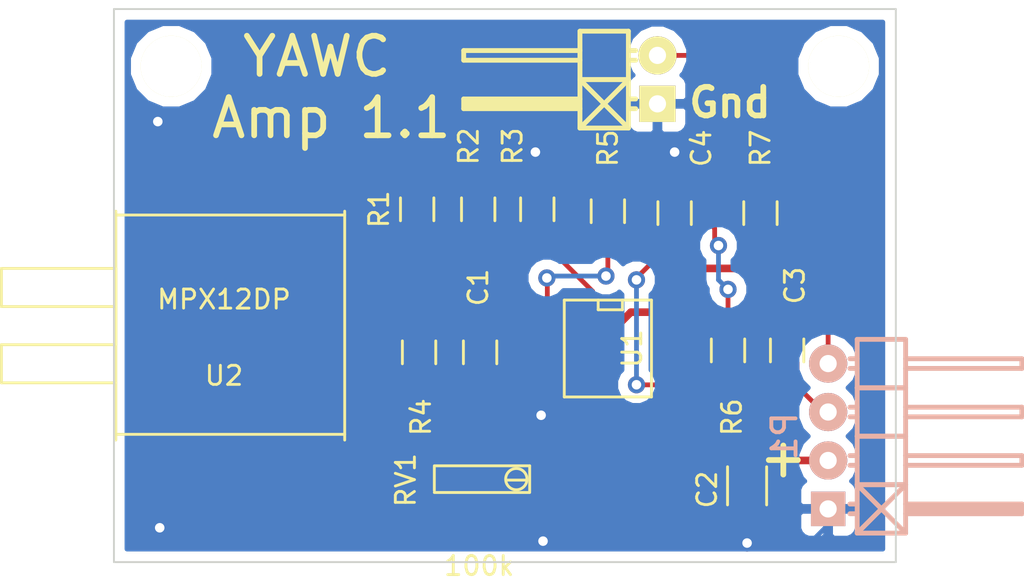
<source format=kicad_pcb>
(kicad_pcb (version 4) (host pcbnew 4.0.1-stable)

  (general
    (links 36)
    (no_connects 0)
    (area 137.574999 110.210066 191.787001 143.225)
    (thickness 1.6)
    (drawings 7)
    (tracks 133)
    (zones 0)
    (modules 18)
    (nets 12)
  )

  (page A4)
  (layers
    (0 F.Cu signal)
    (31 B.Cu signal)
    (32 B.Adhes user)
    (33 F.Adhes user)
    (34 B.Paste user)
    (35 F.Paste user)
    (36 B.SilkS user)
    (37 F.SilkS user)
    (38 B.Mask user)
    (39 F.Mask user)
    (40 Dwgs.User user)
    (41 Cmts.User user)
    (42 Eco1.User user)
    (43 Eco2.User user)
    (44 Edge.Cuts user)
  )

  (setup
    (last_trace_width 0.25)
    (user_trace_width 0.2)
    (user_trace_width 0.4)
    (trace_clearance 0.25)
    (zone_clearance 0.508)
    (zone_45_only no)
    (trace_min 0.15)
    (segment_width 0.2)
    (edge_width 0.1)
    (via_size 0.9)
    (via_drill 0.5)
    (via_min_size 0.9)
    (via_min_drill 0.5)
    (user_via 0.9 0.5)
    (uvia_size 0.508)
    (uvia_drill 0.127)
    (uvias_allowed no)
    (uvia_min_size 0.508)
    (uvia_min_drill 0.127)
    (pcb_text_width 0.3)
    (pcb_text_size 1.5 1.5)
    (mod_edge_width 0.15)
    (mod_text_size 1 1)
    (mod_text_width 0.15)
    (pad_size 1.9 1.9)
    (pad_drill 0.9)
    (pad_to_mask_clearance 0)
    (aux_axis_origin 0 0)
    (visible_elements 7FFFFFFF)
    (pcbplotparams
      (layerselection 0x010f0_80000001)
      (usegerberextensions true)
      (excludeedgelayer true)
      (linewidth 0.160000)
      (plotframeref false)
      (viasonmask false)
      (mode 1)
      (useauxorigin false)
      (hpglpennumber 1)
      (hpglpenspeed 20)
      (hpglpendiameter 15)
      (hpglpenoverlay 2)
      (psnegative false)
      (psa4output false)
      (plotreference true)
      (plotvalue false)
      (plotinvisibletext false)
      (padsonsilk false)
      (subtractmaskfromsilk true)
      (outputformat 1)
      (mirror false)
      (drillshape 0)
      (scaleselection 1)
      (outputdirectory Gerb/))
  )

  (net 0 "")
  (net 1 "Net-(C1-Pad1)")
  (net 2 "Net-(C1-Pad2)")
  (net 3 GND)
  (net 4 /Bout)
  (net 5 "Net-(C3-Pad2)")
  (net 6 "Net-(C4-Pad1)")
  (net 7 /Pout)
  (net 8 "Net-(R1-Pad2)")
  (net 9 "Net-(R2-Pad1)")
  (net 10 "Net-(R2-Pad2)")
  (net 11 /VCC)

  (net_class Default "This is the default net class."
    (clearance 0.25)
    (trace_width 0.25)
    (via_dia 0.9)
    (via_drill 0.5)
    (uvia_dia 0.508)
    (uvia_drill 0.127)
    (add_net /Bout)
    (add_net /Pout)
    (add_net /VCC)
    (add_net GND)
    (add_net "Net-(C1-Pad1)")
    (add_net "Net-(C1-Pad2)")
    (add_net "Net-(C3-Pad2)")
    (add_net "Net-(C4-Pad1)")
    (add_net "Net-(R1-Pad2)")
    (add_net "Net-(R2-Pad1)")
    (add_net "Net-(R2-Pad2)")
  )

  (net_class Min ""
    (clearance 0.155)
    (trace_width 0.155)
    (via_dia 0.9)
    (via_drill 0.5)
    (uvia_dia 0.508)
    (uvia_drill 0.127)
  )

  (net_class Power ""
    (clearance 0.25)
    (trace_width 0.4)
    (via_dia 1)
    (via_drill 0.5)
    (uvia_dia 0.508)
    (uvia_drill 0.127)
  )

  (module VishTrim:TSM4YL (layer F.Cu) (tedit 53937F25) (tstamp 5392F68C)
    (at 163.1 137.7)
    (path /53921421)
    (fp_text reference RV1 (at -4 0 270) (layer F.SilkS)
      (effects (font (size 1 1) (thickness 0.15)))
    )
    (fp_text value 100k (at -0.15 4.5) (layer F.SilkS)
      (effects (font (size 1 1) (thickness 0.15)))
    )
    (fp_line (start 2.5 0.6) (end 2.5 -0.75) (layer F.SilkS) (width 0.15))
    (fp_line (start -2.5 -0.7) (end -2.5 0.55) (layer F.SilkS) (width 0.15))
    (fp_line (start 1.3 0) (end 2.3 0) (layer F.SilkS) (width 0.15))
    (fp_circle (center 1.8 -0.05) (end 1.55 0.45) (layer F.SilkS) (width 0.15))
    (fp_line (start -2.5 0.65) (end 2.5 0.65) (layer F.SilkS) (width 0.15))
    (fp_line (start 2.5 -0.75) (end -2.5 -0.75) (layer F.SilkS) (width 0.15))
    (pad 1 smd rect (at -1.27 1.9) (size 1.4 2) (layers F.Cu F.Paste F.Mask)
      (net 11 /VCC))
    (pad 3 smd rect (at 1.27 1.9) (size 1.4 2) (layers F.Cu F.Paste F.Mask)
      (net 3 GND))
    (pad 2 smd rect (at 0 -1.9) (size 2 2) (layers F.Cu F.Paste F.Mask)
      (net 2 "Net-(C1-Pad2)"))
  )

  (module Sensors:MPX1351-01 (layer F.Cu) (tedit 5392FA2D) (tstamp 5392F6B7)
    (at 149.9 129.6)
    (path /5392CB85)
    (fp_text reference U2 (at -0.329001 2.626) (layer F.SilkS)
      (effects (font (size 1 1) (thickness 0.15)))
    )
    (fp_text value MPX12DP (at -0.329001 -1.374) (layer F.SilkS)
      (effects (font (size 1 1) (thickness 0.15)))
    )
    (fp_line (start -6 -1) (end -12 -1) (layer F.SilkS) (width 0.15))
    (fp_line (start -12 -1) (end -12 -3) (layer F.SilkS) (width 0.15))
    (fp_line (start -12 -3) (end -6 -3) (layer F.SilkS) (width 0.15))
    (fp_line (start -6 -3) (end -6 1) (layer F.SilkS) (width 0.15))
    (fp_line (start -6 1) (end -12 1) (layer F.SilkS) (width 0.15))
    (fp_line (start -12 1) (end -12 3) (layer F.SilkS) (width 0.15))
    (fp_line (start -12 3) (end -6 3) (layer F.SilkS) (width 0.15))
    (fp_line (start -6 5.7) (end 6 5.7) (layer F.SilkS) (width 0.15))
    (fp_line (start 6 6) (end 6 -6) (layer F.SilkS) (width 0.15))
    (fp_line (start 6 -5.8) (end -6 -5.8) (layer F.SilkS) (width 0.15))
    (fp_line (start -6 -6) (end -6 6) (layer F.SilkS) (width 0.15))
    (pad 1 smd rect (at -3.81 7.62) (size 1.5 3) (layers F.Cu F.Paste F.Mask)
      (net 3 GND))
    (pad 2 smd rect (at -1.27 7.62) (size 1.5 3) (layers F.Cu F.Paste F.Mask)
      (net 10 "Net-(R2-Pad2)"))
    (pad 3 smd rect (at 1.27 7.62) (size 1.5 3) (layers F.Cu F.Paste F.Mask)
      (net 11 /VCC))
    (pad 4 smd rect (at 3.81 7.62) (size 1.5 3) (layers F.Cu F.Paste F.Mask)
      (net 8 "Net-(R1-Pad2)"))
    (pad 5 smd rect (at -3.81 -7.62) (size 1.5 3) (layers F.Cu F.Paste F.Mask)
      (net 3 GND))
    (pad 6 smd rect (at -1.27 -7.62) (size 1.5 3) (layers F.Cu F.Paste F.Mask)
      (net 10 "Net-(R2-Pad2)"))
    (pad 7 smd rect (at 1.27 -7.62) (size 1.5 3) (layers F.Cu F.Paste F.Mask)
      (net 11 /VCC))
    (pad 8 smd rect (at 3.81 -7.62) (size 1.5 3) (layers F.Cu F.Paste F.Mask)
      (net 8 "Net-(R1-Pad2)"))
  )

  (module PIN_Hdr:Pin_Header_Angled_1x02 (layer F.Cu) (tedit 570D46B3) (tstamp 5708E735)
    (at 172.3 116.7 90)
    (descr "1 pin")
    (tags "CONN DEV")
    (path /5708EF62)
    (fp_text reference BITE1 (at 0 2.286 90) (layer F.SilkS) hide
      (effects (font (size 1.27 1.27) (thickness 0.2032)))
    )
    (fp_text value CONN_01X02 (at 0 0 90) (layer F.SilkS) hide
      (effects (font (size 1.27 1.27) (thickness 0.2032)))
    )
    (fp_line (start 0 -4.064) (end -2.54 -1.524) (layer F.SilkS) (width 0.254))
    (fp_line (start -2.54 -4.064) (end 0 -1.524) (layer F.SilkS) (width 0.254))
    (fp_line (start -1.397 -4.191) (end -1.397 -10.033) (layer F.SilkS) (width 0.254))
    (fp_line (start -1.397 -10.033) (end -1.143 -10.033) (layer F.SilkS) (width 0.254))
    (fp_line (start -1.143 -10.033) (end -1.143 -4.191) (layer F.SilkS) (width 0.254))
    (fp_line (start -1.143 -4.191) (end -1.27 -4.191) (layer F.SilkS) (width 0.254))
    (fp_line (start -1.27 -4.191) (end -1.27 -10.033) (layer F.SilkS) (width 0.254))
    (fp_line (start -1.524 -1.524) (end -1.524 -1.143) (layer F.SilkS) (width 0.254))
    (fp_line (start -1.016 -1.524) (end -1.016 -1.143) (layer F.SilkS) (width 0.254))
    (fp_line (start 1.016 -1.524) (end 1.016 -1.143) (layer F.SilkS) (width 0.254))
    (fp_line (start 1.524 -1.524) (end 1.524 -1.143) (layer F.SilkS) (width 0.254))
    (fp_line (start -2.54 -1.524) (end -2.54 -4.064) (layer F.SilkS) (width 0.254))
    (fp_line (start 0 -1.524) (end 0 -4.064) (layer F.SilkS) (width 0.254))
    (fp_line (start 0 -1.524) (end 2.54 -1.524) (layer F.SilkS) (width 0.254))
    (fp_line (start 2.54 -1.524) (end 2.54 -4.064) (layer F.SilkS) (width 0.254))
    (fp_line (start 1.016 -4.064) (end 1.016 -10.16) (layer F.SilkS) (width 0.254))
    (fp_line (start 1.016 -10.16) (end 1.524 -10.16) (layer F.SilkS) (width 0.254))
    (fp_line (start 1.524 -10.16) (end 1.524 -4.064) (layer F.SilkS) (width 0.254))
    (fp_line (start 2.54 -4.064) (end 0 -4.064) (layer F.SilkS) (width 0.254))
    (fp_line (start 0 -4.064) (end -2.54 -4.064) (layer F.SilkS) (width 0.254))
    (fp_line (start -1.016 -10.16) (end -1.016 -4.064) (layer F.SilkS) (width 0.254))
    (fp_line (start -1.524 -10.16) (end -1.016 -10.16) (layer F.SilkS) (width 0.254))
    (fp_line (start -1.524 -4.064) (end -1.524 -10.16) (layer F.SilkS) (width 0.254))
    (fp_line (start 0 -1.524) (end 0 -4.064) (layer F.SilkS) (width 0.254))
    (fp_line (start -2.54 -1.524) (end 0 -1.524) (layer F.SilkS) (width 0.254))
    (pad 1 thru_hole rect (at -1.27 0 90) (size 1.9 1.9) (drill 0.9) (layers *.Cu *.Mask F.SilkS)
      (net 3 GND))
    (pad 2 thru_hole circle (at 1.27 0 90) (size 2 2) (drill 0.9) (layers *.Cu *.Mask F.SilkS)
      (net 7 /Pout))
    (model Pin_Headers/Pin_Header_Angled_1x02.wrl
      (at (xyz 0 0 0))
      (scale (xyz 1 1 1))
      (rotate (xyz 0 0 0))
    )
  )

  (module Resistors_SMD:R_0805_HandSoldering (layer F.Cu) (tedit 570CFD4F) (tstamp 5708E736)
    (at 163 131 270)
    (descr "Resistor SMD 0805, hand soldering")
    (tags "resistor 0805")
    (path /5392CEB2)
    (attr smd)
    (fp_text reference C1 (at -3.4 0.1 270) (layer F.SilkS)
      (effects (font (size 1 1) (thickness 0.15)))
    )
    (fp_text value 2n (at 0 2.1 270) (layer F.Fab)
      (effects (font (size 1 1) (thickness 0.15)))
    )
    (fp_line (start -2.4 -1) (end 2.4 -1) (layer F.CrtYd) (width 0.05))
    (fp_line (start -2.4 1) (end 2.4 1) (layer F.CrtYd) (width 0.05))
    (fp_line (start -2.4 -1) (end -2.4 1) (layer F.CrtYd) (width 0.05))
    (fp_line (start 2.4 -1) (end 2.4 1) (layer F.CrtYd) (width 0.05))
    (fp_line (start 0.6 0.875) (end -0.6 0.875) (layer F.SilkS) (width 0.15))
    (fp_line (start -0.6 -0.875) (end 0.6 -0.875) (layer F.SilkS) (width 0.15))
    (pad 1 smd rect (at -1.35 0 270) (size 1.5 1.3) (layers F.Cu F.Paste F.Mask)
      (net 1 "Net-(C1-Pad1)"))
    (pad 2 smd rect (at 1.35 0 270) (size 1.5 1.3) (layers F.Cu F.Paste F.Mask)
      (net 2 "Net-(C1-Pad2)"))
    (model Resistors_SMD.3dshapes/R_0805_HandSoldering.wrl
      (at (xyz 0 0 0))
      (scale (xyz 1 1 1))
      (rotate (xyz 0 0 0))
    )
  )

  (module Capacitors_SMD:C_1206 (layer F.Cu) (tedit 570CFD2C) (tstamp 5708E73B)
    (at 177 138 270)
    (descr "Capacitor SMD 1206, reflow soldering, AVX (see smccp.pdf)")
    (tags "capacitor 1206")
    (path /53921326)
    (attr smd)
    (fp_text reference C2 (at 0.2 2.1 270) (layer F.SilkS)
      (effects (font (size 1 1) (thickness 0.15)))
    )
    (fp_text value 1u (at 0 2.3 270) (layer F.Fab)
      (effects (font (size 1 1) (thickness 0.15)))
    )
    (fp_line (start -2.3 -1.15) (end 2.3 -1.15) (layer F.CrtYd) (width 0.05))
    (fp_line (start -2.3 1.15) (end 2.3 1.15) (layer F.CrtYd) (width 0.05))
    (fp_line (start -2.3 -1.15) (end -2.3 1.15) (layer F.CrtYd) (width 0.05))
    (fp_line (start 2.3 -1.15) (end 2.3 1.15) (layer F.CrtYd) (width 0.05))
    (fp_line (start 1 -1.025) (end -1 -1.025) (layer F.SilkS) (width 0.15))
    (fp_line (start -1 1.025) (end 1 1.025) (layer F.SilkS) (width 0.15))
    (pad 1 smd rect (at -1.5 0 270) (size 1 1.6) (layers F.Cu F.Paste F.Mask)
      (net 11 /VCC))
    (pad 2 smd rect (at 1.5 0 270) (size 1 1.6) (layers F.Cu F.Paste F.Mask)
      (net 3 GND))
    (model Capacitors_SMD.3dshapes/C_1206.wrl
      (at (xyz 0 0 0))
      (scale (xyz 1 1 1))
      (rotate (xyz 0 0 0))
    )
  )

  (module Resistors_SMD:R_0805_HandSoldering (layer F.Cu) (tedit 570CFD64) (tstamp 5708E740)
    (at 179.1 130.9 90)
    (descr "Resistor SMD 0805, hand soldering")
    (tags "resistor 0805")
    (path /5392E6C2)
    (attr smd)
    (fp_text reference C3 (at 3.4 0.4 90) (layer F.SilkS)
      (effects (font (size 1 1) (thickness 0.15)))
    )
    (fp_text value 820n (at 0 2.1 90) (layer F.Fab)
      (effects (font (size 1 1) (thickness 0.15)))
    )
    (fp_line (start -2.4 -1) (end 2.4 -1) (layer F.CrtYd) (width 0.05))
    (fp_line (start -2.4 1) (end 2.4 1) (layer F.CrtYd) (width 0.05))
    (fp_line (start -2.4 -1) (end -2.4 1) (layer F.CrtYd) (width 0.05))
    (fp_line (start 2.4 -1) (end 2.4 1) (layer F.CrtYd) (width 0.05))
    (fp_line (start 0.6 0.875) (end -0.6 0.875) (layer F.SilkS) (width 0.15))
    (fp_line (start -0.6 -0.875) (end 0.6 -0.875) (layer F.SilkS) (width 0.15))
    (pad 1 smd rect (at -1.35 0 90) (size 1.5 1.3) (layers F.Cu F.Paste F.Mask)
      (net 4 /Bout))
    (pad 2 smd rect (at 1.35 0 90) (size 1.5 1.3) (layers F.Cu F.Paste F.Mask)
      (net 5 "Net-(C3-Pad2)"))
    (model Resistors_SMD.3dshapes/R_0805_HandSoldering.wrl
      (at (xyz 0 0 0))
      (scale (xyz 1 1 1))
      (rotate (xyz 0 0 0))
    )
  )

  (module Resistors_SMD:R_0805_HandSoldering (layer F.Cu) (tedit 570CFCCD) (tstamp 5708E745)
    (at 173.2 123.7 90)
    (descr "Resistor SMD 0805, hand soldering")
    (tags "resistor 0805")
    (path /5392E68F)
    (attr smd)
    (fp_text reference C4 (at 3.4 1.4 90) (layer F.SilkS)
      (effects (font (size 1 1) (thickness 0.15)))
    )
    (fp_text value 82n (at 0 2.1 90) (layer F.Fab)
      (effects (font (size 1 1) (thickness 0.15)))
    )
    (fp_line (start -2.4 -1) (end 2.4 -1) (layer F.CrtYd) (width 0.05))
    (fp_line (start -2.4 1) (end 2.4 1) (layer F.CrtYd) (width 0.05))
    (fp_line (start -2.4 -1) (end -2.4 1) (layer F.CrtYd) (width 0.05))
    (fp_line (start 2.4 -1) (end 2.4 1) (layer F.CrtYd) (width 0.05))
    (fp_line (start 0.6 0.875) (end -0.6 0.875) (layer F.SilkS) (width 0.15))
    (fp_line (start -0.6 -0.875) (end 0.6 -0.875) (layer F.SilkS) (width 0.15))
    (pad 1 smd rect (at -1.35 0 90) (size 1.5 1.3) (layers F.Cu F.Paste F.Mask)
      (net 6 "Net-(C4-Pad1)"))
    (pad 2 smd rect (at 1.35 0 90) (size 1.5 1.3) (layers F.Cu F.Paste F.Mask)
      (net 3 GND))
    (model Resistors_SMD.3dshapes/R_0805_HandSoldering.wrl
      (at (xyz 0 0 0))
      (scale (xyz 1 1 1))
      (rotate (xyz 0 0 0))
    )
  )

  (module PIN_Hdr:Pin_Header_Angled_1x04 (layer B.Cu) (tedit 570D469B) (tstamp 5708E74A)
    (at 181.25 135.4 90)
    (descr "1 pin")
    (tags "CONN DEV")
    (path /539210A2)
    (fp_text reference P1 (at 0 -2.286 90) (layer B.SilkS)
      (effects (font (size 1.27 1.27) (thickness 0.2032)) (justify mirror))
    )
    (fp_text value J_IO (at 0 0 90) (layer B.SilkS) hide
      (effects (font (size 1.27 1.27) (thickness 0.2032)) (justify mirror))
    )
    (fp_line (start -2.54 4.064) (end -5.08 1.524) (layer B.SilkS) (width 0.254))
    (fp_line (start -5.08 4.064) (end -2.54 1.524) (layer B.SilkS) (width 0.254))
    (fp_line (start -3.937 4.191) (end -3.937 10.033) (layer B.SilkS) (width 0.254))
    (fp_line (start -3.937 10.033) (end -3.683 10.033) (layer B.SilkS) (width 0.254))
    (fp_line (start -3.683 10.033) (end -3.683 4.191) (layer B.SilkS) (width 0.254))
    (fp_line (start -3.683 4.191) (end -3.81 4.191) (layer B.SilkS) (width 0.254))
    (fp_line (start -3.81 4.191) (end -3.81 10.033) (layer B.SilkS) (width 0.254))
    (fp_line (start -4.064 1.524) (end -4.064 1.143) (layer B.SilkS) (width 0.254))
    (fp_line (start -3.556 1.524) (end -3.556 1.143) (layer B.SilkS) (width 0.254))
    (fp_line (start -1.524 1.524) (end -1.524 1.143) (layer B.SilkS) (width 0.254))
    (fp_line (start -1.016 1.524) (end -1.016 1.143) (layer B.SilkS) (width 0.254))
    (fp_line (start 1.016 1.524) (end 1.016 1.143) (layer B.SilkS) (width 0.254))
    (fp_line (start 1.524 1.524) (end 1.524 1.143) (layer B.SilkS) (width 0.254))
    (fp_line (start 4.064 1.524) (end 4.064 1.143) (layer B.SilkS) (width 0.254))
    (fp_line (start 3.556 1.524) (end 3.556 1.143) (layer B.SilkS) (width 0.254))
    (fp_line (start -5.08 1.524) (end -5.08 4.064) (layer B.SilkS) (width 0.254))
    (fp_line (start -2.54 1.524) (end -2.54 4.064) (layer B.SilkS) (width 0.254))
    (fp_line (start -2.54 1.524) (end 0 1.524) (layer B.SilkS) (width 0.254))
    (fp_line (start 0 1.524) (end 0 4.064) (layer B.SilkS) (width 0.254))
    (fp_line (start -1.524 4.064) (end -1.524 10.16) (layer B.SilkS) (width 0.254))
    (fp_line (start -1.524 10.16) (end -1.016 10.16) (layer B.SilkS) (width 0.254))
    (fp_line (start -1.016 10.16) (end -1.016 4.064) (layer B.SilkS) (width 0.254))
    (fp_line (start 0 4.064) (end -2.54 4.064) (layer B.SilkS) (width 0.254))
    (fp_line (start -2.54 4.064) (end -5.08 4.064) (layer B.SilkS) (width 0.254))
    (fp_line (start -3.556 10.16) (end -3.556 4.064) (layer B.SilkS) (width 0.254))
    (fp_line (start -4.064 10.16) (end -3.556 10.16) (layer B.SilkS) (width 0.254))
    (fp_line (start -4.064 4.064) (end -4.064 10.16) (layer B.SilkS) (width 0.254))
    (fp_line (start -2.54 1.524) (end -2.54 4.064) (layer B.SilkS) (width 0.254))
    (fp_line (start -5.08 1.524) (end -2.54 1.524) (layer B.SilkS) (width 0.254))
    (fp_line (start 2.54 1.524) (end 2.54 4.064) (layer B.SilkS) (width 0.254))
    (fp_line (start 2.54 1.524) (end 5.08 1.524) (layer B.SilkS) (width 0.254))
    (fp_line (start 5.08 1.524) (end 5.08 4.064) (layer B.SilkS) (width 0.254))
    (fp_line (start 3.556 4.064) (end 3.556 10.16) (layer B.SilkS) (width 0.254))
    (fp_line (start 3.556 10.16) (end 4.064 10.16) (layer B.SilkS) (width 0.254))
    (fp_line (start 4.064 10.16) (end 4.064 4.064) (layer B.SilkS) (width 0.254))
    (fp_line (start 5.08 4.064) (end 2.54 4.064) (layer B.SilkS) (width 0.254))
    (fp_line (start 2.54 4.064) (end 0 4.064) (layer B.SilkS) (width 0.254))
    (fp_line (start 1.524 10.16) (end 1.524 4.064) (layer B.SilkS) (width 0.254))
    (fp_line (start 1.016 10.16) (end 1.524 10.16) (layer B.SilkS) (width 0.254))
    (fp_line (start 1.016 4.064) (end 1.016 10.16) (layer B.SilkS) (width 0.254))
    (fp_line (start 2.54 1.524) (end 2.54 4.064) (layer B.SilkS) (width 0.254))
    (fp_line (start 0 1.524) (end 2.54 1.524) (layer B.SilkS) (width 0.254))
    (fp_line (start 0 1.524) (end 0 4.064) (layer B.SilkS) (width 0.254))
    (pad 1 thru_hole rect (at -3.81 0 90) (size 1.8 1.8) (drill 0.9) (layers *.Cu *.Mask B.SilkS)
      (net 3 GND))
    (pad 2 thru_hole circle (at -1.27 0 90) (size 2 2) (drill 0.9) (layers *.Cu *.Mask B.SilkS)
      (net 11 /VCC))
    (pad 3 thru_hole circle (at 1.27 0 90) (size 2 2) (drill 0.9) (layers *.Cu *.Mask B.SilkS)
      (net 4 /Bout))
    (pad 4 thru_hole circle (at 3.81 0 90) (size 2 2) (drill 0.9) (layers *.Cu *.Mask B.SilkS)
      (net 7 /Pout))
    (model Pin_Headers/Pin_Header_Angled_1x04.wrl
      (at (xyz 0 0 0))
      (scale (xyz 1 1 1))
      (rotate (xyz 0 0 0))
    )
  )

  (module Resistors_SMD:R_0805_HandSoldering (layer F.Cu) (tedit 570CFC67) (tstamp 5708E751)
    (at 159.7 123.5 90)
    (descr "Resistor SMD 0805, hand soldering")
    (tags "resistor 0805")
    (path /5392CC96)
    (attr smd)
    (fp_text reference R1 (at 0 -2 90) (layer F.SilkS)
      (effects (font (size 1 1) (thickness 0.15)))
    )
    (fp_text value 10k (at 0 2.1 90) (layer F.Fab)
      (effects (font (size 1 1) (thickness 0.15)))
    )
    (fp_line (start -2.4 -1) (end 2.4 -1) (layer F.CrtYd) (width 0.05))
    (fp_line (start -2.4 1) (end 2.4 1) (layer F.CrtYd) (width 0.05))
    (fp_line (start -2.4 -1) (end -2.4 1) (layer F.CrtYd) (width 0.05))
    (fp_line (start 2.4 -1) (end 2.4 1) (layer F.CrtYd) (width 0.05))
    (fp_line (start 0.6 0.875) (end -0.6 0.875) (layer F.SilkS) (width 0.15))
    (fp_line (start -0.6 -0.875) (end 0.6 -0.875) (layer F.SilkS) (width 0.15))
    (pad 1 smd rect (at -1.35 0 90) (size 1.5 1.3) (layers F.Cu F.Paste F.Mask)
      (net 2 "Net-(C1-Pad2)"))
    (pad 2 smd rect (at 1.35 0 90) (size 1.5 1.3) (layers F.Cu F.Paste F.Mask)
      (net 8 "Net-(R1-Pad2)"))
    (model Resistors_SMD.3dshapes/R_0805_HandSoldering.wrl
      (at (xyz 0 0 0))
      (scale (xyz 1 1 1))
      (rotate (xyz 0 0 0))
    )
  )

  (module Resistors_SMD:R_0805_HandSoldering (layer F.Cu) (tedit 570CFC6F) (tstamp 5708E756)
    (at 162.9 123.5 90)
    (descr "Resistor SMD 0805, hand soldering")
    (tags "resistor 0805")
    (path /5392CBFD)
    (attr smd)
    (fp_text reference R2 (at 3.3 -0.5 90) (layer F.SilkS)
      (effects (font (size 1 1) (thickness 0.15)))
    )
    (fp_text value 10k (at 0 2.1 90) (layer F.Fab)
      (effects (font (size 1 1) (thickness 0.15)))
    )
    (fp_line (start -2.4 -1) (end 2.4 -1) (layer F.CrtYd) (width 0.05))
    (fp_line (start -2.4 1) (end 2.4 1) (layer F.CrtYd) (width 0.05))
    (fp_line (start -2.4 -1) (end -2.4 1) (layer F.CrtYd) (width 0.05))
    (fp_line (start 2.4 -1) (end 2.4 1) (layer F.CrtYd) (width 0.05))
    (fp_line (start 0.6 0.875) (end -0.6 0.875) (layer F.SilkS) (width 0.15))
    (fp_line (start -0.6 -0.875) (end 0.6 -0.875) (layer F.SilkS) (width 0.15))
    (pad 1 smd rect (at -1.35 0 90) (size 1.5 1.3) (layers F.Cu F.Paste F.Mask)
      (net 9 "Net-(R2-Pad1)"))
    (pad 2 smd rect (at 1.35 0 90) (size 1.5 1.3) (layers F.Cu F.Paste F.Mask)
      (net 10 "Net-(R2-Pad2)"))
    (model Resistors_SMD.3dshapes/R_0805_HandSoldering.wrl
      (at (xyz 0 0 0))
      (scale (xyz 1 1 1))
      (rotate (xyz 0 0 0))
    )
  )

  (module Resistors_SMD:R_0805_HandSoldering (layer F.Cu) (tedit 570CFC78) (tstamp 5708E75B)
    (at 166 123.5 90)
    (descr "Resistor SMD 0805, hand soldering")
    (tags "resistor 0805")
    (path /5392CC46)
    (attr smd)
    (fp_text reference R3 (at 3.3 -1.3 90) (layer F.SilkS)
      (effects (font (size 1 1) (thickness 0.15)))
    )
    (fp_text value 150k (at 0 2.1 90) (layer F.Fab)
      (effects (font (size 1 1) (thickness 0.15)))
    )
    (fp_line (start -2.4 -1) (end 2.4 -1) (layer F.CrtYd) (width 0.05))
    (fp_line (start -2.4 1) (end 2.4 1) (layer F.CrtYd) (width 0.05))
    (fp_line (start -2.4 -1) (end -2.4 1) (layer F.CrtYd) (width 0.05))
    (fp_line (start 2.4 -1) (end 2.4 1) (layer F.CrtYd) (width 0.05))
    (fp_line (start 0.6 0.875) (end -0.6 0.875) (layer F.SilkS) (width 0.15))
    (fp_line (start -0.6 -0.875) (end 0.6 -0.875) (layer F.SilkS) (width 0.15))
    (pad 1 smd rect (at -1.35 0 90) (size 1.5 1.3) (layers F.Cu F.Paste F.Mask)
      (net 9 "Net-(R2-Pad1)"))
    (pad 2 smd rect (at 1.35 0 90) (size 1.5 1.3) (layers F.Cu F.Paste F.Mask)
      (net 3 GND))
    (model Resistors_SMD.3dshapes/R_0805_HandSoldering.wrl
      (at (xyz 0 0 0))
      (scale (xyz 1 1 1))
      (rotate (xyz 0 0 0))
    )
  )

  (module Resistors_SMD:R_0805_HandSoldering (layer F.Cu) (tedit 570CFD46) (tstamp 5708E760)
    (at 159.8 131 270)
    (descr "Resistor SMD 0805, hand soldering")
    (tags "resistor 0805")
    (path /5392CC65)
    (attr smd)
    (fp_text reference R4 (at 3.4 -0.1 270) (layer F.SilkS)
      (effects (font (size 1 1) (thickness 0.15)))
    )
    (fp_text value 150k (at 0 2.1 270) (layer F.Fab)
      (effects (font (size 1 1) (thickness 0.15)))
    )
    (fp_line (start -2.4 -1) (end 2.4 -1) (layer F.CrtYd) (width 0.05))
    (fp_line (start -2.4 1) (end 2.4 1) (layer F.CrtYd) (width 0.05))
    (fp_line (start -2.4 -1) (end -2.4 1) (layer F.CrtYd) (width 0.05))
    (fp_line (start 2.4 -1) (end 2.4 1) (layer F.CrtYd) (width 0.05))
    (fp_line (start 0.6 0.875) (end -0.6 0.875) (layer F.SilkS) (width 0.15))
    (fp_line (start -0.6 -0.875) (end 0.6 -0.875) (layer F.SilkS) (width 0.15))
    (pad 1 smd rect (at -1.35 0 270) (size 1.5 1.3) (layers F.Cu F.Paste F.Mask)
      (net 1 "Net-(C1-Pad1)"))
    (pad 2 smd rect (at 1.35 0 270) (size 1.5 1.3) (layers F.Cu F.Paste F.Mask)
      (net 2 "Net-(C1-Pad2)"))
    (model Resistors_SMD.3dshapes/R_0805_HandSoldering.wrl
      (at (xyz 0 0 0))
      (scale (xyz 1 1 1))
      (rotate (xyz 0 0 0))
    )
  )

  (module Resistors_SMD:R_0805_HandSoldering (layer F.Cu) (tedit 570CFCB7) (tstamp 5708E765)
    (at 169.7 123.6 270)
    (descr "Resistor SMD 0805, hand soldering")
    (tags "resistor 0805")
    (path /5392E5E2)
    (attr smd)
    (fp_text reference R5 (at -3.3 0 270) (layer F.SilkS)
      (effects (font (size 1 1) (thickness 0.15)))
    )
    (fp_text value 316 (at 0 2.1 270) (layer F.Fab)
      (effects (font (size 1 1) (thickness 0.15)))
    )
    (fp_line (start -2.4 -1) (end 2.4 -1) (layer F.CrtYd) (width 0.05))
    (fp_line (start -2.4 1) (end 2.4 1) (layer F.CrtYd) (width 0.05))
    (fp_line (start -2.4 -1) (end -2.4 1) (layer F.CrtYd) (width 0.05))
    (fp_line (start 2.4 -1) (end 2.4 1) (layer F.CrtYd) (width 0.05))
    (fp_line (start 0.6 0.875) (end -0.6 0.875) (layer F.SilkS) (width 0.15))
    (fp_line (start -0.6 -0.875) (end 0.6 -0.875) (layer F.SilkS) (width 0.15))
    (pad 1 smd rect (at -1.35 0 270) (size 1.5 1.3) (layers F.Cu F.Paste F.Mask)
      (net 5 "Net-(C3-Pad2)"))
    (pad 2 smd rect (at 1.35 0 270) (size 1.5 1.3) (layers F.Cu F.Paste F.Mask)
      (net 1 "Net-(C1-Pad1)"))
    (model Resistors_SMD.3dshapes/R_0805_HandSoldering.wrl
      (at (xyz 0 0 0))
      (scale (xyz 1 1 1))
      (rotate (xyz 0 0 0))
    )
  )

  (module Resistors_SMD:R_0805_HandSoldering (layer F.Cu) (tedit 570CFD5D) (tstamp 5708E76A)
    (at 176 130.9 90)
    (descr "Resistor SMD 0805, hand soldering")
    (tags "resistor 0805")
    (path /5392E54F)
    (attr smd)
    (fp_text reference R6 (at -3.5 0.2 90) (layer F.SilkS)
      (effects (font (size 1 1) (thickness 0.15)))
    )
    (fp_text value 3600 (at 0 2.1 90) (layer F.Fab)
      (effects (font (size 1 1) (thickness 0.15)))
    )
    (fp_line (start -2.4 -1) (end 2.4 -1) (layer F.CrtYd) (width 0.05))
    (fp_line (start -2.4 1) (end 2.4 1) (layer F.CrtYd) (width 0.05))
    (fp_line (start -2.4 -1) (end -2.4 1) (layer F.CrtYd) (width 0.05))
    (fp_line (start 2.4 -1) (end 2.4 1) (layer F.CrtYd) (width 0.05))
    (fp_line (start 0.6 0.875) (end -0.6 0.875) (layer F.SilkS) (width 0.15))
    (fp_line (start -0.6 -0.875) (end 0.6 -0.875) (layer F.SilkS) (width 0.15))
    (pad 1 smd rect (at -1.35 0 90) (size 1.5 1.3) (layers F.Cu F.Paste F.Mask)
      (net 6 "Net-(C4-Pad1)"))
    (pad 2 smd rect (at 1.35 0 90) (size 1.5 1.3) (layers F.Cu F.Paste F.Mask)
      (net 5 "Net-(C3-Pad2)"))
    (model Resistors_SMD.3dshapes/R_0805_HandSoldering.wrl
      (at (xyz 0 0 0))
      (scale (xyz 1 1 1))
      (rotate (xyz 0 0 0))
    )
  )

  (module Resistors_SMD:R_0805_HandSoldering (layer F.Cu) (tedit 570CFCC9) (tstamp 5708E76F)
    (at 177.7 123.7 90)
    (descr "Resistor SMD 0805, hand soldering")
    (tags "resistor 0805")
    (path /539331B2)
    (attr smd)
    (fp_text reference R7 (at 3.4 0 90) (layer F.SilkS)
      (effects (font (size 1 1) (thickness 0.15)))
    )
    (fp_text value 100 (at 0 2.1 90) (layer F.Fab)
      (effects (font (size 1 1) (thickness 0.15)))
    )
    (fp_line (start -2.4 -1) (end 2.4 -1) (layer F.CrtYd) (width 0.05))
    (fp_line (start -2.4 1) (end 2.4 1) (layer F.CrtYd) (width 0.05))
    (fp_line (start -2.4 -1) (end -2.4 1) (layer F.CrtYd) (width 0.05))
    (fp_line (start 2.4 -1) (end 2.4 1) (layer F.CrtYd) (width 0.05))
    (fp_line (start 0.6 0.875) (end -0.6 0.875) (layer F.SilkS) (width 0.15))
    (fp_line (start -0.6 -0.875) (end 0.6 -0.875) (layer F.SilkS) (width 0.15))
    (pad 1 smd rect (at -1.35 0 90) (size 1.5 1.3) (layers F.Cu F.Paste F.Mask)
      (net 11 /VCC))
    (pad 2 smd rect (at 1.35 0 90) (size 1.5 1.3) (layers F.Cu F.Paste F.Mask)
      (net 7 /Pout))
    (model Resistors_SMD.3dshapes/R_0805_HandSoldering.wrl
      (at (xyz 0 0 0))
      (scale (xyz 1 1 1))
      (rotate (xyz 0 0 0))
    )
  )

  (module SMD_Packages:SOIC-8-N (layer F.Cu) (tedit 0) (tstamp 5708E774)
    (at 169.7 130.8 270)
    (descr "Module Narrow CMS SOJ 8 pins large")
    (tags "CMS SOJ")
    (path /53920E78)
    (attr smd)
    (fp_text reference U1 (at 0 -1.27 270) (layer F.SilkS)
      (effects (font (size 1 1) (thickness 0.15)))
    )
    (fp_text value MCP6002 (at 0 1.27 270) (layer F.Fab)
      (effects (font (size 1 1) (thickness 0.15)))
    )
    (fp_line (start -2.54 -2.286) (end 2.54 -2.286) (layer F.SilkS) (width 0.15))
    (fp_line (start 2.54 -2.286) (end 2.54 2.286) (layer F.SilkS) (width 0.15))
    (fp_line (start 2.54 2.286) (end -2.54 2.286) (layer F.SilkS) (width 0.15))
    (fp_line (start -2.54 2.286) (end -2.54 -2.286) (layer F.SilkS) (width 0.15))
    (fp_line (start -2.54 -0.762) (end -2.032 -0.762) (layer F.SilkS) (width 0.15))
    (fp_line (start -2.032 -0.762) (end -2.032 0.508) (layer F.SilkS) (width 0.15))
    (fp_line (start -2.032 0.508) (end -2.54 0.508) (layer F.SilkS) (width 0.15))
    (pad 8 smd rect (at -1.905 -3.175 270) (size 0.508 1.143) (layers F.Cu F.Paste F.Mask)
      (net 11 /VCC))
    (pad 7 smd rect (at -0.635 -3.175 270) (size 0.508 1.143) (layers F.Cu F.Paste F.Mask)
      (net 4 /Bout))
    (pad 6 smd rect (at 0.635 -3.175 270) (size 0.508 1.143) (layers F.Cu F.Paste F.Mask)
      (net 4 /Bout))
    (pad 5 smd rect (at 1.905 -3.175 270) (size 0.508 1.143) (layers F.Cu F.Paste F.Mask)
      (net 6 "Net-(C4-Pad1)"))
    (pad 4 smd rect (at 1.905 3.175 270) (size 0.508 1.143) (layers F.Cu F.Paste F.Mask)
      (net 3 GND))
    (pad 3 smd rect (at 0.635 3.175 270) (size 0.508 1.143) (layers F.Cu F.Paste F.Mask)
      (net 9 "Net-(R2-Pad1)"))
    (pad 2 smd rect (at -0.635 3.175 270) (size 0.508 1.143) (layers F.Cu F.Paste F.Mask)
      (net 2 "Net-(C1-Pad2)"))
    (pad 1 smd rect (at -1.905 3.175 270) (size 0.508 1.143) (layers F.Cu F.Paste F.Mask)
      (net 1 "Net-(C1-Pad1)"))
    (model SMD_Packages.3dshapes/SOIC-8-N.wrl
      (at (xyz 0 0 0))
      (scale (xyz 0.5 0.38 0.5))
      (rotate (xyz 0 0 0))
    )
  )

  (module Mounting_Holes:MountingHole_3.2mm_M3 (layer F.Cu) (tedit 570D45DD) (tstamp 570CFA11)
    (at 181.4 116)
    (descr "Mounting Hole 3.2mm, no annular, M3")
    (tags "mounting hole 3.2mm no annular m3")
    (fp_text reference REF** (at 0 -4.2) (layer F.SilkS) hide
      (effects (font (size 1 1) (thickness 0.15)))
    )
    (fp_text value MountingHole_3.2mm_M3 (at 0 4.2) (layer F.Fab) hide
      (effects (font (size 1 1) (thickness 0.15)))
    )
    (fp_circle (center 0 0) (end 3.2 0) (layer Cmts.User) (width 0.15))
    (fp_circle (center 0 0) (end 3.45 0) (layer F.CrtYd) (width 0.05))
    (pad "" np_thru_hole circle (at 0.4 0) (size 3.2 3.2) (drill 3.2) (layers *.Cu *.Mask F.SilkS))
  )

  (module Mounting_Holes:MountingHole_3.2mm_M3 (layer F.Cu) (tedit 570D45D5) (tstamp 570CFA2B)
    (at 147.6 116)
    (descr "Mounting Hole 3.2mm, no annular, M3")
    (tags "mounting hole 3.2mm no annular m3")
    (fp_text reference REF** (at 0 -4.2) (layer F.SilkS) hide
      (effects (font (size 1 1) (thickness 0.15)))
    )
    (fp_text value MountingHole_3.2mm_M3 (at 0 4.2) (layer F.Fab) hide
      (effects (font (size 1 1) (thickness 0.15)))
    )
    (fp_circle (center 0 0) (end 3.2 0) (layer Cmts.User) (width 0.15))
    (fp_circle (center 0 0) (end 3.45 0) (layer F.CrtYd) (width 0.05))
    (pad "" np_thru_hole circle (at -0.8 0) (size 3.2 3.2) (drill 3.2) (layers *.Cu *.Mask F.SilkS))
  )

  (gr_text + (at 178.9 136.5) (layer F.SilkS)
    (effects (font (size 2 2) (thickness 0.3)))
  )
  (gr_text Gnd (at 176.1 117.9) (layer F.SilkS)
    (effects (font (size 1.5 1.5) (thickness 0.3)))
  )
  (gr_text "YAWC \nAmp 1.1" (at 155.2 117.1) (layer F.SilkS)
    (effects (font (size 2 2) (thickness 0.3)))
  )
  (gr_line (start 143.8 142) (end 184.8 142) (angle 90) (layer Edge.Cuts) (width 0.1))
  (gr_line (start 184.8 113) (end 184.8 142) (angle 90) (layer Edge.Cuts) (width 0.1))
  (gr_line (start 143.8 113) (end 184.8 113) (angle 90) (layer Edge.Cuts) (width 0.1))
  (gr_line (start 143.8 142) (end 143.8 113) (angle 90) (layer Edge.Cuts) (width 0.1))

  (segment (start 166.525 128.895) (end 166.525 127.125) (width 0.25) (layer F.Cu) (net 1))
  (segment (start 169.7 126.9) (end 169.7 124.95) (width 0.25) (layer F.Cu) (net 1) (tstamp 570CF4D7))
  (segment (start 169.6 127) (end 169.7 126.9) (width 0.25) (layer F.Cu) (net 1) (tstamp 570CF4D6))
  (via (at 169.6 127) (size 0.9) (drill 0.5) (layers F.Cu B.Cu) (net 1))
  (segment (start 166.6 127) (end 169.6 127) (width 0.25) (layer B.Cu) (net 1) (tstamp 570CF4D2))
  (segment (start 166.5 127.1) (end 166.6 127) (width 0.25) (layer B.Cu) (net 1) (tstamp 570CF4D1))
  (via (at 166.5 127.1) (size 0.9) (drill 0.5) (layers F.Cu B.Cu) (net 1))
  (segment (start 166.525 127.125) (end 166.5 127.1) (width 0.25) (layer F.Cu) (net 1) (tstamp 570CF4CD))
  (segment (start 159.8 129.65) (end 163 129.65) (width 0.25) (layer F.Cu) (net 1))
  (segment (start 163 129.65) (end 164.65 129.65) (width 0.25) (layer F.Cu) (net 1))
  (segment (start 165.405 128.895) (end 166.525 128.895) (width 0.25) (layer F.Cu) (net 1) (tstamp 570CF48E))
  (segment (start 164.65 129.65) (end 165.405 128.895) (width 0.25) (layer F.Cu) (net 1) (tstamp 570CF48D))
  (segment (start 159.8 132.35) (end 159.8 132.3) (width 0.25) (layer F.Cu) (net 2))
  (segment (start 159.8 132.3) (end 158.2 130.7) (width 0.25) (layer F.Cu) (net 2) (tstamp 570CF49A))
  (segment (start 158.2 126.35) (end 159.7 124.85) (width 0.25) (layer F.Cu) (net 2) (tstamp 570CF4A3))
  (segment (start 158.2 130.7) (end 158.2 126.35) (width 0.25) (layer F.Cu) (net 2) (tstamp 570CF4A1))
  (segment (start 163.1 135.8) (end 163.1 132.45) (width 0.25) (layer F.Cu) (net 2))
  (segment (start 163.1 132.45) (end 163 132.35) (width 0.25) (layer F.Cu) (net 2) (tstamp 570CF497))
  (segment (start 163 132.35) (end 159.8 132.35) (width 0.25) (layer F.Cu) (net 2))
  (segment (start 166.525 130.165) (end 165.185 130.165) (width 0.25) (layer F.Cu) (net 2))
  (segment (start 165.185 130.165) (end 163 132.35) (width 0.25) (layer F.Cu) (net 2) (tstamp 570CF486))
  (segment (start 146.1 118.9) (end 148.1 118.9) (width 0.25) (layer B.Cu) (net 3))
  (segment (start 146.09 118.91) (end 146.1 118.9) (width 0.25) (layer F.Cu) (net 3) (tstamp 570CF8CE))
  (via (at 146.1 118.9) (size 0.9) (drill 0.5) (layers F.Cu B.Cu) (net 3))
  (segment (start 146.09 121.98) (end 146.09 118.91) (width 0.25) (layer F.Cu) (net 3))
  (segment (start 150.1 116.9) (end 162.3 116.9) (width 0.25) (layer B.Cu) (net 3) (tstamp 570CFAD2))
  (segment (start 148.1 118.9) (end 150.1 116.9) (width 0.25) (layer B.Cu) (net 3) (tstamp 570CFACC))
  (segment (start 172.3 117.97) (end 163.07 117.97) (width 0.25) (layer B.Cu) (net 3))
  (segment (start 162 116.9) (end 162.3 116.9) (width 0.25) (layer B.Cu) (net 3) (tstamp 570CF8F2))
  (segment (start 163.07 117.97) (end 162 116.9) (width 0.25) (layer B.Cu) (net 3) (tstamp 570CF8EB))
  (segment (start 162.3 116.9) (end 165.9 120.5) (width 0.25) (layer B.Cu) (net 3) (tstamp 570CF8E0))
  (segment (start 146.09 137.22) (end 146.09 121.98) (width 0.25) (layer F.Cu) (net 3))
  (segment (start 166.3 140.9) (end 148.1 140.9) (width 0.25) (layer B.Cu) (net 3))
  (segment (start 146.09 140.09) (end 146.09 137.22) (width 0.25) (layer F.Cu) (net 3) (tstamp 570CF8BB))
  (segment (start 146.2 140.2) (end 146.09 140.09) (width 0.25) (layer F.Cu) (net 3) (tstamp 570CF8BA))
  (via (at 146.2 140.2) (size 0.9) (drill 0.5) (layers F.Cu B.Cu) (net 3))
  (segment (start 147.4 140.2) (end 146.2 140.2) (width 0.25) (layer B.Cu) (net 3) (tstamp 570CF8B3))
  (segment (start 148.1 140.9) (end 147.4 140.2) (width 0.25) (layer B.Cu) (net 3) (tstamp 570CF8AC))
  (segment (start 166.525 132.705) (end 166.525 133.975) (width 0.25) (layer F.Cu) (net 3))
  (segment (start 166.525 133.975) (end 166.2 134.3) (width 0.25) (layer F.Cu) (net 3) (tstamp 570CF6D0))
  (segment (start 166.3 140.9) (end 166.3 134.4) (width 0.25) (layer B.Cu) (net 3))
  (segment (start 166.5 134) (end 166.5 133) (width 0.25) (layer F.Cu) (net 3) (tstamp 570CF6C2))
  (segment (start 166.2 134.3) (end 166.5 134) (width 0.25) (layer F.Cu) (net 3) (tstamp 570CF6C1))
  (via (at 166.2 134.3) (size 0.9) (drill 0.5) (layers F.Cu B.Cu) (net 3))
  (segment (start 166.3 134.4) (end 166.2 134.3) (width 0.25) (layer B.Cu) (net 3) (tstamp 570CF6B7))
  (segment (start 177 141) (end 166.4 141) (width 0.25) (layer B.Cu) (net 3))
  (segment (start 166.3 140.9) (end 165 139.6) (width 0.25) (layer F.Cu) (net 3) (tstamp 570CF6AE))
  (via (at 166.3 140.9) (size 0.9) (drill 0.5) (layers F.Cu B.Cu) (net 3))
  (segment (start 166.4 141) (end 166.3 140.9) (width 0.25) (layer B.Cu) (net 3) (tstamp 570CF6A8))
  (segment (start 165 139.6) (end 164.37 139.6) (width 0.25) (layer F.Cu) (net 3) (tstamp 570CF6AF))
  (segment (start 177 139.5) (end 177 141) (width 0.25) (layer F.Cu) (net 3))
  (segment (start 181.25 140.05) (end 181.25 139.21) (width 0.25) (layer B.Cu) (net 3) (tstamp 570CF6A0))
  (segment (start 180.3 141) (end 181.25 140.05) (width 0.25) (layer B.Cu) (net 3) (tstamp 570CF69E))
  (segment (start 177 141) (end 180.3 141) (width 0.25) (layer B.Cu) (net 3) (tstamp 570CF69D))
  (via (at 177 141) (size 0.9) (drill 0.5) (layers F.Cu B.Cu) (net 3))
  (segment (start 173.2 122.35) (end 173.2 120.5) (width 0.25) (layer F.Cu) (net 3))
  (via (at 173.2 120.5) (size 0.9) (drill 0.5) (layers F.Cu B.Cu) (net 3))
  (segment (start 173.2 120.5) (end 165.9 120.5) (width 0.25) (layer B.Cu) (net 3) (tstamp 570CF40C))
  (segment (start 166 120.6) (end 166 122.15) (width 0.25) (layer F.Cu) (net 3) (tstamp 570CF413))
  (via (at 165.9 120.5) (size 0.9) (drill 0.5) (layers F.Cu B.Cu) (net 3))
  (segment (start 165.9 120.5) (end 166 120.6) (width 0.25) (layer F.Cu) (net 3) (tstamp 570CF412))
  (segment (start 172.875 130.165) (end 172.875 131.435) (width 0.25) (layer F.Cu) (net 4))
  (segment (start 172.875 131.435) (end 174.165 131.435) (width 0.25) (layer F.Cu) (net 4))
  (segment (start 177.75 130.9) (end 179.1 132.25) (width 0.25) (layer F.Cu) (net 4) (tstamp 570CF442))
  (segment (start 174.7 130.9) (end 177.75 130.9) (width 0.25) (layer F.Cu) (net 4) (tstamp 570CF43D))
  (segment (start 174.165 131.435) (end 174.7 130.9) (width 0.25) (layer F.Cu) (net 4) (tstamp 570CF43C))
  (segment (start 181.25 134.13) (end 180.98 134.13) (width 0.25) (layer F.Cu) (net 4))
  (segment (start 180.98 134.13) (end 179.1 132.25) (width 0.25) (layer F.Cu) (net 4) (tstamp 570CF428))
  (segment (start 176 129.55) (end 176 127.7) (width 0.25) (layer F.Cu) (net 5))
  (segment (start 171.15 123.7) (end 169.7 122.25) (width 0.25) (layer F.Cu) (net 5) (tstamp 570CF883))
  (segment (start 174.5 123.7) (end 171.15 123.7) (width 0.25) (layer F.Cu) (net 5) (tstamp 570CF880))
  (segment (start 175.3 124.5) (end 174.5 123.7) (width 0.25) (layer F.Cu) (net 5) (tstamp 570CF87D))
  (segment (start 175.3 125.2) (end 175.3 124.5) (width 0.25) (layer F.Cu) (net 5) (tstamp 570CF87C))
  (segment (start 175.5 125.4) (end 175.3 125.2) (width 0.25) (layer F.Cu) (net 5) (tstamp 570CF87B))
  (via (at 175.5 125.4) (size 0.9) (drill 0.5) (layers F.Cu B.Cu) (net 5))
  (segment (start 175.5 127.2) (end 175.5 125.4) (width 0.25) (layer B.Cu) (net 5) (tstamp 570CF875))
  (segment (start 176 127.7) (end 175.5 127.2) (width 0.25) (layer B.Cu) (net 5) (tstamp 570CF874))
  (via (at 176 127.7) (size 0.9) (drill 0.5) (layers F.Cu B.Cu) (net 5))
  (segment (start 179.1 129.55) (end 176 129.55) (width 0.25) (layer F.Cu) (net 5))
  (segment (start 173.2 125.05) (end 173.2 125.1) (width 0.25) (layer F.Cu) (net 6))
  (segment (start 173.2 125.1) (end 171.3 127) (width 0.25) (layer F.Cu) (net 6) (tstamp 570CF88F))
  (segment (start 171.3 127) (end 171.3 127.1) (width 0.25) (layer F.Cu) (net 6) (tstamp 570CF892))
  (segment (start 171.3 127.1) (end 171.2 127.2) (width 0.25) (layer F.Cu) (net 6) (tstamp 570CF894))
  (via (at 171.2 127.2) (size 0.9) (drill 0.5) (layers F.Cu B.Cu) (net 6))
  (segment (start 171.2 127.2) (end 171.2 132.7) (width 0.25) (layer B.Cu) (net 6) (tstamp 570CF899))
  (via (at 171.2 132.7) (size 0.9) (drill 0.5) (layers F.Cu B.Cu) (net 6))
  (segment (start 171.2 132.7) (end 171.205 132.705) (width 0.25) (layer F.Cu) (net 6) (tstamp 570CF89E))
  (segment (start 171.205 132.705) (end 172.875 132.705) (width 0.25) (layer F.Cu) (net 6) (tstamp 570CF89F))
  (segment (start 172.875 132.705) (end 175.545 132.705) (width 0.25) (layer F.Cu) (net 6))
  (segment (start 175.545 132.705) (end 176 132.25) (width 0.25) (layer F.Cu) (net 6) (tstamp 570CF432))
  (segment (start 177.7 122.35) (end 179.05 122.35) (width 0.25) (layer F.Cu) (net 7))
  (segment (start 181.25 124.55) (end 181.25 131.59) (width 0.25) (layer F.Cu) (net 7) (tstamp 570CF78C))
  (segment (start 179.05 122.35) (end 181.25 124.55) (width 0.25) (layer F.Cu) (net 7) (tstamp 570CF78A))
  (segment (start 172.3 115.43) (end 174.03 115.43) (width 0.25) (layer F.Cu) (net 7))
  (segment (start 177.7 119.1) (end 177.7 122.35) (width 0.25) (layer F.Cu) (net 7) (tstamp 570CF786))
  (segment (start 174.03 115.43) (end 177.7 119.1) (width 0.25) (layer F.Cu) (net 7) (tstamp 570CF784))
  (segment (start 159.7 122.15) (end 153.88 122.15) (width 0.25) (layer F.Cu) (net 8))
  (segment (start 153.88 122.15) (end 153.71 121.98) (width 0.25) (layer F.Cu) (net 8) (tstamp 570CF535))
  (segment (start 153.71 137.22) (end 153.71 121.98) (width 0.25) (layer F.Cu) (net 8))
  (segment (start 166 124.85) (end 166 124.9) (width 0.25) (layer F.Cu) (net 9))
  (segment (start 166 124.9) (end 168.9 127.8) (width 0.25) (layer F.Cu) (net 9) (tstamp 570CF4B7))
  (segment (start 168.365 131.435) (end 166.525 131.435) (width 0.25) (layer F.Cu) (net 9) (tstamp 570CF4C5))
  (segment (start 168.9 130.9) (end 168.365 131.435) (width 0.25) (layer F.Cu) (net 9) (tstamp 570CF4C4))
  (segment (start 168.9 127.8) (end 168.9 130.9) (width 0.25) (layer F.Cu) (net 9) (tstamp 570CF4BE))
  (segment (start 162.9 124.85) (end 166 124.85) (width 0.25) (layer F.Cu) (net 9))
  (segment (start 148.63 121.98) (end 148.63 119.27) (width 0.25) (layer F.Cu) (net 10))
  (segment (start 162.9 119.6) (end 162.9 122.15) (width 0.25) (layer F.Cu) (net 10) (tstamp 570CF527))
  (segment (start 161.4 118.1) (end 162.9 119.6) (width 0.25) (layer F.Cu) (net 10) (tstamp 570CF525))
  (segment (start 149.8 118.1) (end 161.4 118.1) (width 0.25) (layer F.Cu) (net 10) (tstamp 570CF523))
  (segment (start 148.63 119.27) (end 149.8 118.1) (width 0.25) (layer F.Cu) (net 10) (tstamp 570CF51D))
  (segment (start 148.63 137.22) (end 148.63 121.98) (width 0.25) (layer F.Cu) (net 10))
  (segment (start 177.7 125.05) (end 177.7 126.2) (width 0.4) (layer F.Cu) (net 11))
  (segment (start 177.1 126.6) (end 174.27 126.6) (width 0.4) (layer F.Cu) (net 11) (tstamp 570CF816))
  (segment (start 174.27 126.6) (end 172.875 128.895) (width 0.4) (layer F.Cu) (net 11) (tstamp 570CF819))
  (segment (start 177.3 126.6) (end 177.1 126.6) (width 0.25) (layer F.Cu) (net 11) (tstamp 570CF869))
  (segment (start 177.7 126.2) (end 177.3 126.6) (width 0.4) (layer F.Cu) (net 11) (tstamp 570CF868))
  (segment (start 151.17 137.22) (end 151.17 121.98) (width 0.4) (layer F.Cu) (net 11))
  (segment (start 161.83 139.6) (end 161.6 139.6) (width 0.25) (layer F.Cu) (net 11))
  (segment (start 161.6 139.6) (end 160.3 140.9) (width 0.4) (layer F.Cu) (net 11) (tstamp 570CF4E2))
  (segment (start 151.17 139.87) (end 151.17 137.22) (width 0.4) (layer F.Cu) (net 11) (tstamp 570CF4EC))
  (segment (start 152.2 140.9) (end 151.17 139.87) (width 0.4) (layer F.Cu) (net 11) (tstamp 570CF4EA))
  (segment (start 160.3 140.9) (end 152.2 140.9) (width 0.4) (layer F.Cu) (net 11) (tstamp 570CF4E8))
  (segment (start 161.83 139.6) (end 161.83 138.37) (width 0.4) (layer F.Cu) (net 11))
  (segment (start 171.1 137.4) (end 172 136.5) (width 0.4) (layer F.Cu) (net 11) (tstamp 570CF47D))
  (segment (start 162.8 137.4) (end 171.1 137.4) (width 0.4) (layer F.Cu) (net 11) (tstamp 570CF47A))
  (segment (start 161.83 138.37) (end 162.8 137.4) (width 0.4) (layer F.Cu) (net 11) (tstamp 570CF478))
  (segment (start 177 136.5) (end 172 136.5) (width 0.4) (layer F.Cu) (net 11))
  (segment (start 170.905 128.895) (end 172.875 128.895) (width 0.4) (layer F.Cu) (net 11) (tstamp 570CF46C))
  (segment (start 170 129.8) (end 170.905 128.895) (width 0.4) (layer F.Cu) (net 11) (tstamp 570CF46B))
  (segment (start 170 134.5) (end 170 129.8) (width 0.4) (layer F.Cu) (net 11) (tstamp 570CF469))
  (segment (start 172 136.5) (end 170 134.5) (width 0.4) (layer F.Cu) (net 11) (tstamp 570CF462))
  (segment (start 181.25 136.67) (end 177.17 136.67) (width 0.4) (layer F.Cu) (net 11))
  (segment (start 177.17 136.67) (end 177 136.5) (width 0.25) (layer F.Cu) (net 11) (tstamp 570CF45D))

  (zone (net 3) (net_name GND) (layer B.Cu) (tstamp 570CFBE4) (hatch edge 0.508)
    (connect_pads (clearance 0.508))
    (min_thickness 0.254)
    (fill yes (arc_segments 16) (thermal_gap 0.508) (thermal_bridge_width 0.508))
    (polygon
      (pts
        (xy 143.8 141.9) (xy 143.8 113) (xy 184.8 113) (xy 184.8 142) (xy 143.8 142)
      )
    )
    (filled_polygon
      (pts
        (xy 184.115 141.315) (xy 144.485 141.315) (xy 144.485 139.49575) (xy 179.715 139.49575) (xy 179.715 140.236309)
        (xy 179.811673 140.469698) (xy 179.990301 140.648327) (xy 180.22369 140.745) (xy 180.96425 140.745) (xy 181.123 140.58625)
        (xy 181.123 139.337) (xy 181.377 139.337) (xy 181.377 140.58625) (xy 181.53575 140.745) (xy 182.27631 140.745)
        (xy 182.509699 140.648327) (xy 182.688327 140.469698) (xy 182.785 140.236309) (xy 182.785 139.49575) (xy 182.62625 139.337)
        (xy 181.377 139.337) (xy 181.123 139.337) (xy 179.87375 139.337) (xy 179.715 139.49575) (xy 144.485 139.49575)
        (xy 144.485 127.314873) (xy 165.414812 127.314873) (xy 165.579646 127.7138) (xy 165.884595 128.019282) (xy 166.283233 128.184811)
        (xy 166.714873 128.185188) (xy 167.1138 128.020354) (xy 167.374609 127.76) (xy 168.825591 127.76) (xy 168.984595 127.919282)
        (xy 169.383233 128.084811) (xy 169.814873 128.085188) (xy 170.2138 127.920354) (xy 170.300057 127.834247) (xy 170.44 127.974434)
        (xy 170.44 131.925591) (xy 170.280718 132.084595) (xy 170.115189 132.483233) (xy 170.114812 132.914873) (xy 170.279646 133.3138)
        (xy 170.584595 133.619282) (xy 170.983233 133.784811) (xy 171.414873 133.785188) (xy 171.8138 133.620354) (xy 172.119282 133.315405)
        (xy 172.284811 132.916767) (xy 172.285188 132.485127) (xy 172.120354 132.0862) (xy 171.96 131.925566) (xy 171.96 131.913795)
        (xy 179.614716 131.913795) (xy 179.863106 132.514943) (xy 180.207759 132.860199) (xy 179.864722 133.202637) (xy 179.615284 133.803352)
        (xy 179.614716 134.453795) (xy 179.863106 135.054943) (xy 180.207759 135.400199) (xy 179.864722 135.742637) (xy 179.615284 136.343352)
        (xy 179.614716 136.993795) (xy 179.863106 137.594943) (xy 180.025127 137.757248) (xy 179.990301 137.771673) (xy 179.811673 137.950302)
        (xy 179.715 138.183691) (xy 179.715 138.92425) (xy 179.87375 139.083) (xy 181.123 139.083) (xy 181.123 139.063)
        (xy 181.377 139.063) (xy 181.377 139.083) (xy 182.62625 139.083) (xy 182.785 138.92425) (xy 182.785 138.183691)
        (xy 182.688327 137.950302) (xy 182.509699 137.771673) (xy 182.475043 137.757318) (xy 182.635278 137.597363) (xy 182.884716 136.996648)
        (xy 182.885284 136.346205) (xy 182.636894 135.745057) (xy 182.292241 135.399801) (xy 182.635278 135.057363) (xy 182.884716 134.456648)
        (xy 182.885284 133.806205) (xy 182.636894 133.205057) (xy 182.292241 132.859801) (xy 182.635278 132.517363) (xy 182.884716 131.916648)
        (xy 182.885284 131.266205) (xy 182.636894 130.665057) (xy 182.177363 130.204722) (xy 181.576648 129.955284) (xy 180.926205 129.954716)
        (xy 180.325057 130.203106) (xy 179.864722 130.662637) (xy 179.615284 131.263352) (xy 179.614716 131.913795) (xy 171.96 131.913795)
        (xy 171.96 127.974409) (xy 172.119282 127.815405) (xy 172.284811 127.416767) (xy 172.285188 126.985127) (xy 172.120354 126.5862)
        (xy 171.815405 126.280718) (xy 171.416767 126.115189) (xy 170.985127 126.114812) (xy 170.5862 126.279646) (xy 170.499943 126.365753)
        (xy 170.215405 126.080718) (xy 169.816767 125.915189) (xy 169.385127 125.914812) (xy 168.9862 126.079646) (xy 168.825566 126.24)
        (xy 167.174584 126.24) (xy 167.115405 126.180718) (xy 166.716767 126.015189) (xy 166.285127 126.014812) (xy 165.8862 126.179646)
        (xy 165.580718 126.484595) (xy 165.415189 126.883233) (xy 165.414812 127.314873) (xy 144.485 127.314873) (xy 144.485 125.614873)
        (xy 174.414812 125.614873) (xy 174.579646 126.0138) (xy 174.74 126.174434) (xy 174.74 127.2) (xy 174.797852 127.490839)
        (xy 174.915029 127.666208) (xy 174.914812 127.914873) (xy 175.079646 128.3138) (xy 175.384595 128.619282) (xy 175.783233 128.784811)
        (xy 176.214873 128.785188) (xy 176.6138 128.620354) (xy 176.919282 128.315405) (xy 177.084811 127.916767) (xy 177.085188 127.485127)
        (xy 176.920354 127.0862) (xy 176.615405 126.780718) (xy 176.26 126.633141) (xy 176.26 126.174409) (xy 176.419282 126.015405)
        (xy 176.584811 125.616767) (xy 176.585188 125.185127) (xy 176.420354 124.7862) (xy 176.115405 124.480718) (xy 175.716767 124.315189)
        (xy 175.285127 124.314812) (xy 174.8862 124.479646) (xy 174.580718 124.784595) (xy 174.415189 125.183233) (xy 174.414812 125.614873)
        (xy 144.485 125.614873) (xy 144.485 118.25575) (xy 170.715 118.25575) (xy 170.715 119.046309) (xy 170.811673 119.279698)
        (xy 170.990301 119.458327) (xy 171.22369 119.555) (xy 172.01425 119.555) (xy 172.173 119.39625) (xy 172.173 118.097)
        (xy 172.427 118.097) (xy 172.427 119.39625) (xy 172.58575 119.555) (xy 173.37631 119.555) (xy 173.609699 119.458327)
        (xy 173.788327 119.279698) (xy 173.885 119.046309) (xy 173.885 118.25575) (xy 173.72625 118.097) (xy 172.427 118.097)
        (xy 172.173 118.097) (xy 170.87375 118.097) (xy 170.715 118.25575) (xy 144.485 118.25575) (xy 144.485 116.442619)
        (xy 144.564613 116.442619) (xy 144.904155 117.264372) (xy 145.532321 117.893636) (xy 146.353481 118.234611) (xy 147.242619 118.235387)
        (xy 148.064372 117.895845) (xy 148.693636 117.267679) (xy 149.034611 116.446519) (xy 149.035215 115.753795) (xy 170.664716 115.753795)
        (xy 170.913106 116.354943) (xy 171.025189 116.467222) (xy 170.990301 116.481673) (xy 170.811673 116.660302) (xy 170.715 116.893691)
        (xy 170.715 117.68425) (xy 170.87375 117.843) (xy 172.173 117.843) (xy 172.173 117.823) (xy 172.427 117.823)
        (xy 172.427 117.843) (xy 173.72625 117.843) (xy 173.885 117.68425) (xy 173.885 116.893691) (xy 173.788327 116.660302)
        (xy 173.609699 116.481673) (xy 173.575105 116.467344) (xy 173.599873 116.442619) (xy 179.564613 116.442619) (xy 179.904155 117.264372)
        (xy 180.532321 117.893636) (xy 181.353481 118.234611) (xy 182.242619 118.235387) (xy 183.064372 117.895845) (xy 183.693636 117.267679)
        (xy 184.034611 116.446519) (xy 184.035387 115.557381) (xy 183.695845 114.735628) (xy 183.067679 114.106364) (xy 182.246519 113.765389)
        (xy 181.357381 113.764613) (xy 180.535628 114.104155) (xy 179.906364 114.732321) (xy 179.565389 115.553481) (xy 179.564613 116.442619)
        (xy 173.599873 116.442619) (xy 173.685278 116.357363) (xy 173.934716 115.756648) (xy 173.935284 115.106205) (xy 173.686894 114.505057)
        (xy 173.227363 114.044722) (xy 172.626648 113.795284) (xy 171.976205 113.794716) (xy 171.375057 114.043106) (xy 170.914722 114.502637)
        (xy 170.665284 115.103352) (xy 170.664716 115.753795) (xy 149.035215 115.753795) (xy 149.035387 115.557381) (xy 148.695845 114.735628)
        (xy 148.067679 114.106364) (xy 147.246519 113.765389) (xy 146.357381 113.764613) (xy 145.535628 114.104155) (xy 144.906364 114.732321)
        (xy 144.565389 115.553481) (xy 144.564613 116.442619) (xy 144.485 116.442619) (xy 144.485 113.685) (xy 184.115 113.685)
      )
    )
  )
)

</source>
